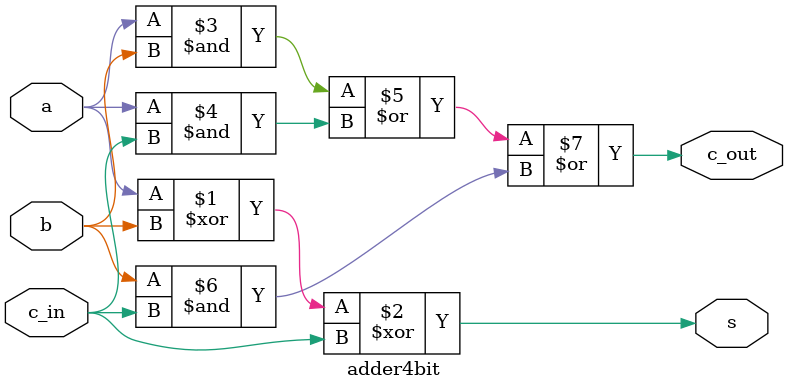
<source format=v>
module top_entity (LEDR, SW);
    input [9:0] SW;
    output [9:0] LEDR;
    adder4bit p1 (
	.a (SW[7:4]),
	.b (SW[3:0]),
	.c_in (SW[8]),
	.s (LEDR[3:0]),
	.c_out (LEDR[9:6])
    );
endmodule

module part1 (a, b, c_in, s, c_out);
    input [3:0] a, b;
    input c_in;
    output [3:0] s, c_out;
    wire w1, w2, w3;

    adder4bit u0 (a[0], b[0], c_in, s[0], w1);
    adder4bit u1 (a[1], b[1], w1, s[1], w2);
    adder4bit u2 (a[2], b[2], w2, s[2], w3);
    adder4bit u3 (a[3], b[3], w3, s[3], c_out[3]);

    assign c_out[0] = w1;
    assign c_out[1] = w2;
    assign c_out[2] = w3;
endmodule

module adder4bit (a, b, c_in, s, c_out);
    input a, b, c_in;
    output s, c_out;

    assign s = a^b^c_in;
    assign c_out = (a & b) | (a & c_in) | (b & c_in);
endmodule



</source>
